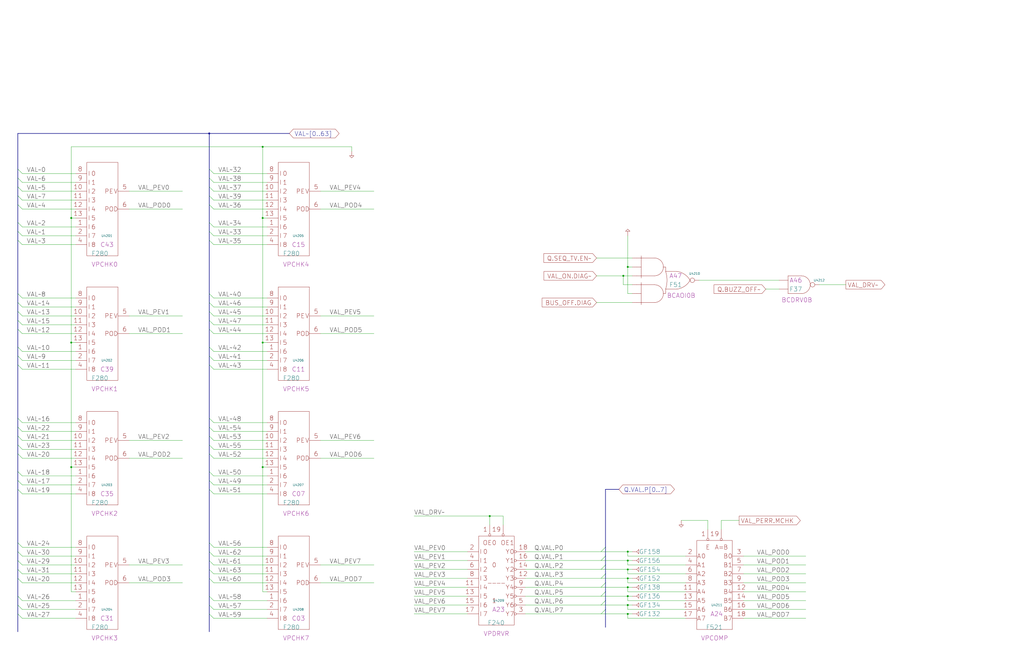
<source format=kicad_sch>
(kicad_sch (version 20211123) (generator eeschema)
  (paper "User" 584.2 378.46)
  (title_block (title "VALUE BUS TRANCEIVER\\nPARITY + BUS DRIVE LOGIC") (date "22-MAY-90") (rev "1.0") (comment 1 "SEQUENCER") (comment 2 "232-003064") (comment 3 "S400") (comment 4 "RELEASED"))
  (lib_symbols
    (symbol "r1000:F240" (pin_numbers hide) (pin_names (offset 1.016) hide)
      (property "Reference" "U" (at 2.54 5.08 0))
      (property "Value" "F240" (at -3.81 -7.62 0))
      (property "Location" "___" (at -1.27 0 0))
      (property "Name" "______" (at 1.27 -15.24 0))
      (symbol "F240_1_1"
        (text "-" (at -2.54 15.24 0) (effects (font (size 2.54 2.54))))
        (text "-" (at 0 15.24 0) (effects (font (size 2.54 2.54))))
        (text "-" (at 2.54 15.24 0) (effects (font (size 2.54 2.54))))
        (text "-" (at 5.08 15.24 0) (effects (font (size 2.54 2.54))))
        (text "0" (at -5.08 33.02 0) (effects (font (size 2.54 2.54))))
        (text "0" (at 0 25.4 0) (effects (font (size 2.54 2.54))))
        (text "0" (at 0 38.1 0) (effects (font (size 2.54 2.54))))
        (text "0" (at 10.16 33.02 0) (effects (font (size 2.54 2.54))))
        (text "1" (at -15.24 0 0) (effects (font (size 2.54 2.54))))
        (text "1" (at -15.24 5.08 0) (effects (font (size 2.54 2.54))))
        (text "1" (at -15.24 10.16 0) (effects (font (size 2.54 2.54))))
        (text "1" (at -15.24 15.24 0) (effects (font (size 2.54 2.54))))
        (text "1" (at -12.7 15.24 0) (effects (font (size 2.54 2.54))))
        (text "1" (at -5.08 27.94 0) (effects (font (size 2.54 2.54))))
        (text "1" (at -5.08 45.72 0) (effects (font (size 2.54 2.54))))
        (text "1" (at 0 5.08 0) (effects (font (size 2.54 2.54))))
        (text "1" (at 0 45.72 0) (effects (font (size 2.54 2.54))))
        (text "1" (at 10.16 27.94 0) (effects (font (size 2.54 2.54))))
        (text "1" (at 10.16 38.1 0) (effects (font (size 2.54 2.54))))
        (text "1" (at 15.24 20.32 0) (effects (font (size 2.54 2.54))))
        (text "1" (at 15.24 25.4 0) (effects (font (size 2.54 2.54))))
        (text "1" (at 15.24 30.48 0) (effects (font (size 2.54 2.54))))
        (text "1" (at 15.24 35.56 0) (effects (font (size 2.54 2.54))))
        (text "2" (at -12.7 35.56 0) (effects (font (size 2.54 2.54))))
        (text "2" (at -5.08 22.86 0) (effects (font (size 2.54 2.54))))
        (text "2" (at 10.16 22.86 0) (effects (font (size 2.54 2.54))))
        (text "2" (at 17.78 20.32 0) (effects (font (size 2.54 2.54))))
        (text "3" (at -12.7 10.16 0) (effects (font (size 2.54 2.54))))
        (text "3" (at -5.08 17.78 0) (effects (font (size 2.54 2.54))))
        (text "3" (at 10.16 17.78 0) (effects (font (size 2.54 2.54))))
        (text "3" (at 15.24 0 0) (effects (font (size 2.54 2.54))))
        (text "4" (at -12.7 30.48 0) (effects (font (size 2.54 2.54))))
        (text "4" (at -5.08 12.7 0) (effects (font (size 2.54 2.54))))
        (text "4" (at 10.16 12.7 0) (effects (font (size 2.54 2.54))))
        (text "4" (at 17.78 25.4 0) (effects (font (size 2.54 2.54))))
        (text "5" (at -12.7 5.08 0) (effects (font (size 2.54 2.54))))
        (text "5" (at -5.08 7.62 0) (effects (font (size 2.54 2.54))))
        (text "5" (at 10.16 7.62 0) (effects (font (size 2.54 2.54))))
        (text "5" (at 15.24 5.08 0) (effects (font (size 2.54 2.54))))
        (text "6" (at -12.7 25.4 0) (effects (font (size 2.54 2.54))))
        (text "6" (at -5.08 2.54 0) (effects (font (size 2.54 2.54))))
        (text "6" (at 10.16 2.54 0) (effects (font (size 2.54 2.54))))
        (text "6" (at 17.78 30.48 0) (effects (font (size 2.54 2.54))))
        (text "7" (at -12.7 0 0) (effects (font (size 2.54 2.54))))
        (text "7" (at -5.08 -2.54 0) (effects (font (size 2.54 2.54))))
        (text "7" (at 10.16 -2.54 0) (effects (font (size 2.54 2.54))))
        (text "7" (at 15.24 10.16 0) (effects (font (size 2.54 2.54))))
        (text "8" (at -12.7 20.32 0) (effects (font (size 2.54 2.54))))
        (text "8" (at 17.78 35.56 0) (effects (font (size 2.54 2.54))))
        (text "9" (at 2.54 45.72 0) (effects (font (size 2.54 2.54))))
        (text "9" (at 15.24 15.24 0) (effects (font (size 2.54 2.54))))
        (text "E" (at -2.54 38.1 0) (effects (font (size 2.54 2.54))))
        (text "E" (at 7.62 38.1 0) (effects (font (size 2.54 2.54))))
        (text "I" (at -7.62 -2.54 0) (effects (font (size 2.54 2.54))))
        (text "I" (at -7.62 2.54 0) (effects (font (size 2.54 2.54))))
        (text "I" (at -7.62 7.62 0) (effects (font (size 2.54 2.54))))
        (text "I" (at -7.62 12.7 0) (effects (font (size 2.54 2.54))))
        (text "I" (at -7.62 17.78 0) (effects (font (size 2.54 2.54))))
        (text "I" (at -7.62 22.86 0) (effects (font (size 2.54 2.54))))
        (text "I" (at -7.62 27.94 0) (effects (font (size 2.54 2.54))))
        (text "I" (at -7.62 33.02 0) (effects (font (size 2.54 2.54))))
        (text "O" (at -5.08 38.1 0) (effects (font (size 2.54 2.54))))
        (text "O" (at 5.08 38.1 0) (effects (font (size 2.54 2.54))))
        (text "Y" (at 7.62 -2.54 0) (effects (font (size 2.54 2.54))))
        (text "Y" (at 7.62 2.54 0) (effects (font (size 2.54 2.54))))
        (text "Y" (at 7.62 7.62 0) (effects (font (size 2.54 2.54))))
        (text "Y" (at 7.62 12.7 0) (effects (font (size 2.54 2.54))))
        (text "Y" (at 7.62 17.78 0) (effects (font (size 2.54 2.54))))
        (text "Y" (at 7.62 22.86 0) (effects (font (size 2.54 2.54))))
        (text "Y" (at 7.62 27.94 0) (effects (font (size 2.54 2.54))))
        (text "Y" (at 7.62 33.02 0) (effects (font (size 2.54 2.54))))
        (pin input line (at -2.54 48.26 270) (length 5.08) (name "OE0_") (number "1"))
        (pin input line (at -15.24 12.7 0) (length 6.35) (name "I4") (number "11"))
        (pin tri_state line (at 17.78 17.78 180) (length 5.08) (name "Y3_") (number "12"))
        (pin input line (at -15.24 7.62 0) (length 6.35) (name "I5") (number "13"))
        (pin tri_state line (at 17.78 22.86 180) (length 5.08) (name "Y2_") (number "14"))
        (pin input line (at -15.24 2.54 0) (length 6.35) (name "I6") (number "15"))
        (pin tri_state line (at 17.78 27.94 180) (length 5.08) (name "Y1_") (number "16"))
        (pin input line (at -15.24 -2.54 0) (length 6.35) (name "I7") (number "17"))
        (pin tri_state line (at 17.78 33.02 180) (length 5.08) (name "Y0_") (number "18"))
        (pin input line (at 5.08 48.26 270) (length 5.08) (name "OE1_") (number "19"))
        (pin input line (at -15.24 33.02 0) (length 6.35) (name "I0") (number "2"))
        (pin tri_state line (at 17.78 -2.54 180) (length 5.08) (name "Y7_") (number "3"))
        (pin input line (at -15.24 27.94 0) (length 6.35) (name "I1") (number "4"))
        (pin tri_state line (at 17.78 2.54 180) (length 5.08) (name "Y6_") (number "5"))
        (pin input line (at -15.24 22.86 0) (length 6.35) (name "I2") (number "6"))
        (pin tri_state line (at 17.78 7.62 180) (length 5.08) (name "Y5_") (number "7"))
        (pin input line (at -15.24 17.78 0) (length 6.35) (name "I3") (number "8"))
        (pin tri_state line (at 17.78 12.7 180) (length 5.08) (name "Y4_") (number "9"))
      )
    )
    (symbol "r1000:F280" (pin_numbers hide) (pin_names (offset 1.016) hide)
      (property "Reference" "U" (at 2.54 5.08 0))
      (property "Value" "F280" (at -6.35 -5.08 0))
      (property "Location" "___" (at -1.27 0 0))
      (property "Name" "______" (at 1.27 -12.7 0))
      (symbol "F280_1_1"
        (text "0" (at -12.7 33.02 0) (effects (font (size 2.54 2.54))))
        (text "0" (at -5.08 40.64 0) (effects (font (size 2.54 2.54))))
        (text "1" (at -15.24 17.78 0) (effects (font (size 2.54 2.54))))
        (text "1" (at -15.24 22.86 0) (effects (font (size 2.54 2.54))))
        (text "1" (at -15.24 27.94 0) (effects (font (size 2.54 2.54))))
        (text "1" (at -15.24 33.02 0) (effects (font (size 2.54 2.54))))
        (text "1" (at -12.7 12.7 0) (effects (font (size 2.54 2.54))))
        (text "1" (at -12.7 27.94 0) (effects (font (size 2.54 2.54))))
        (text "1" (at -5.08 35.56 0) (effects (font (size 2.54 2.54))))
        (text "2" (at -12.7 7.62 0) (effects (font (size 2.54 2.54))))
        (text "2" (at -12.7 22.86 0) (effects (font (size 2.54 2.54))))
        (text "2" (at -5.08 30.48 0) (effects (font (size 2.54 2.54))))
        (text "3" (at -12.7 17.78 0) (effects (font (size 2.54 2.54))))
        (text "3" (at -5.08 25.4 0) (effects (font (size 2.54 2.54))))
        (text "4" (at -12.7 2.54 0) (effects (font (size 2.54 2.54))))
        (text "4" (at -5.08 20.32 0) (effects (font (size 2.54 2.54))))
        (text "5" (at -5.08 15.24 0) (effects (font (size 2.54 2.54))))
        (text "5" (at 12.7 33.02 0) (effects (font (size 2.54 2.54))))
        (text "6" (at -5.08 10.16 0) (effects (font (size 2.54 2.54))))
        (text "6" (at 12.7 22.86 0) (effects (font (size 2.54 2.54))))
        (text "7" (at -5.08 5.08 0) (effects (font (size 2.54 2.54))))
        (text "8" (at -12.7 43.18 0) (effects (font (size 2.54 2.54))))
        (text "8" (at -5.08 0 0) (effects (font (size 2.54 2.54))))
        (text "9" (at -12.7 38.1 0) (effects (font (size 2.54 2.54))))
        (text "D" (at 7.62 20.32 0) (effects (font (size 2.54 2.54))))
        (text "E" (at 5.08 30.48 0) (effects (font (size 2.54 2.54))))
        (text "I" (at -7.62 0 0) (effects (font (size 2.54 2.54))))
        (text "I" (at -7.62 5.08 0) (effects (font (size 2.54 2.54))))
        (text "I" (at -7.62 10.16 0) (effects (font (size 2.54 2.54))))
        (text "I" (at -7.62 15.24 0) (effects (font (size 2.54 2.54))))
        (text "I" (at -7.62 20.32 0) (effects (font (size 2.54 2.54))))
        (text "I" (at -7.62 25.4 0) (effects (font (size 2.54 2.54))))
        (text "I" (at -7.62 30.48 0) (effects (font (size 2.54 2.54))))
        (text "I" (at -7.62 35.56 0) (effects (font (size 2.54 2.54))))
        (text "I" (at -7.62 40.64 0) (effects (font (size 2.54 2.54))))
        (text "O" (at 5.08 20.32 0) (effects (font (size 2.54 2.54))))
        (text "P" (at 2.54 20.32 0) (effects (font (size 2.54 2.54))))
        (text "P" (at 2.54 30.48 0) (effects (font (size 2.54 2.54))))
        (text "V" (at 7.62 30.48 0) (effects (font (size 2.54 2.54))))
        (pin input line (at -15.24 10.16 0) (length 6.35) (name "I6") (number "1"))
        (pin input line (at -15.24 30.48 0) (length 6.35) (name "I2") (number "10"))
        (pin input line (at -15.24 25.4 0) (length 6.35) (name "I3") (number "11"))
        (pin input line (at -15.24 20.32 0) (length 6.35) (name "I4") (number "12"))
        (pin input line (at -15.24 15.24 0) (length 6.35) (name "I5") (number "13"))
        (pin input line (at -15.24 5.08 0) (length 6.35) (name "I7") (number "2"))
        (pin input line (at -15.24 0 0) (length 6.35) (name "I8") (number "4"))
        (pin output line (at 15.24 30.48 180) (length 6.35) (name "PEV") (number "5"))
        (pin output line (at 15.24 20.32 180) (length 6.35) (name "POD") (number "6"))
        (pin input line (at -15.24 40.64 0) (length 6.35) (name "I0") (number "8"))
        (pin input line (at -15.24 35.56 0) (length 6.35) (name "I1") (number "9"))
      )
    )
    (symbol "r1000:F37" (pin_numbers hide) (pin_names (offset 0) hide)
      (property "Reference" "U" (at 15.24 0 0))
      (property "Value" "F37" (at 1.905 -5.08 0))
      (property "Location" "___" (at 1.905 0 0))
      (property "Name" "______" (at 2.54 -12.7 0))
      (symbol "F37_1_1"
        (pin input line (at -7.62 0 0) (length 5.08) (name "D0") (number "1"))
        (pin input line (at -7.62 -5.08 0) (length 5.08) (name "D1") (number "2"))
        (pin output line (at 15.24 -2.54 180) (length 2.54) (name "Q") (number "3"))
      )
      (symbol "F37_1_2"
        (pin input line (at -7.62 0 0) (length 2.54) (name "D0") (number "1"))
        (pin input line (at -7.62 -5.08 0) (length 2.54) (name "D1") (number "2"))
        (pin output line (at 15.24 -2.54 180) (length 5.08) (name "Q") (number "3"))
      )
    )
    (symbol "r1000:F51" (pin_numbers hide) (pin_names hide)
      (property "Reference" "U" (at 12.7 1.27 0))
      (property "Value" "F51" (at 1.905 -5.08 0))
      (property "Location" "___" (at 1.905 0 0))
      (property "Name" "______" (at 5.08 -12.7 0))
      (symbol "F51_1_1"
        (pin input line (at -22.86 10.16 0) (length 2.54) (name "A1") (number "1"))
        (pin input line (at -22.86 5.08 0) (length 2.54) (name "A2") (number "2"))
        (pin input line (at -22.86 0 0) (length 2.54) (name "A3") (number "3"))
        (pin input line (at -22.86 -5.08 0) (length 2.54) (name "B1") (number "4"))
        (pin input line (at -22.86 -10.16 0) (length 2.54) (name "B2") (number "5"))
        (pin input line (at -22.86 -15.24 0) (length 2.54) (name "B3") (number "6"))
        (pin output line (at 15.24 -2.54 180) (length 2.54) (name "Q") (number "7"))
      )
    )
    (symbol "r1000:F521" (pin_numbers hide) (pin_names (offset 1.016) hide)
      (property "Reference" "U" (at 2.54 5.08 0))
      (property "Value" "F521" (at -3.81 -7.62 0))
      (property "Location" "___" (at -1.27 0 0))
      (property "Name" "______" (at 1.27 -15.24 0))
      (symbol "F521_1_1"
        (text "0" (at -5.08 33.02 0) (effects (font (size 2.54 2.54))))
        (text "0" (at 10.16 33.02 0) (effects (font (size 2.54 2.54))))
        (text "1" (at -15.24 0 0) (effects (font (size 2.54 2.54))))
        (text "1" (at -15.24 5.08 0) (effects (font (size 2.54 2.54))))
        (text "1" (at -15.24 10.16 0) (effects (font (size 2.54 2.54))))
        (text "1" (at -15.24 15.24 0) (effects (font (size 2.54 2.54))))
        (text "1" (at -12.7 15.24 0) (effects (font (size 2.54 2.54))))
        (text "1" (at -5.08 27.94 0) (effects (font (size 2.54 2.54))))
        (text "1" (at -5.08 45.72 0) (effects (font (size 2.54 2.54))))
        (text "1" (at 0 45.72 0) (effects (font (size 2.54 2.54))))
        (text "1" (at 10.16 27.94 0) (effects (font (size 2.54 2.54))))
        (text "1" (at 15.24 0 0) (effects (font (size 2.54 2.54))))
        (text "1" (at 15.24 5.08 0) (effects (font (size 2.54 2.54))))
        (text "1" (at 15.24 10.16 0) (effects (font (size 2.54 2.54))))
        (text "1" (at 15.24 15.24 0) (effects (font (size 2.54 2.54))))
        (text "2" (at -12.7 35.56 0) (effects (font (size 2.54 2.54))))
        (text "2" (at -5.08 22.86 0) (effects (font (size 2.54 2.54))))
        (text "2" (at 10.16 22.86 0) (effects (font (size 2.54 2.54))))
        (text "2" (at 17.78 15.24 0) (effects (font (size 2.54 2.54))))
        (text "3" (at -12.7 10.16 0) (effects (font (size 2.54 2.54))))
        (text "3" (at -5.08 17.78 0) (effects (font (size 2.54 2.54))))
        (text "3" (at 10.16 17.78 0) (effects (font (size 2.54 2.54))))
        (text "3" (at 15.24 35.56 0) (effects (font (size 2.54 2.54))))
        (text "4" (at -12.7 30.48 0) (effects (font (size 2.54 2.54))))
        (text "4" (at -5.08 12.7 0) (effects (font (size 2.54 2.54))))
        (text "4" (at 10.16 12.7 0) (effects (font (size 2.54 2.54))))
        (text "4" (at 17.78 10.16 0) (effects (font (size 2.54 2.54))))
        (text "5" (at -12.7 5.08 0) (effects (font (size 2.54 2.54))))
        (text "5" (at -5.08 7.62 0) (effects (font (size 2.54 2.54))))
        (text "5" (at 10.16 7.62 0) (effects (font (size 2.54 2.54))))
        (text "5" (at 15.24 30.48 0) (effects (font (size 2.54 2.54))))
        (text "6" (at -12.7 25.4 0) (effects (font (size 2.54 2.54))))
        (text "6" (at -5.08 2.54 0) (effects (font (size 2.54 2.54))))
        (text "6" (at 10.16 2.54 0) (effects (font (size 2.54 2.54))))
        (text "6" (at 17.78 5.08 0) (effects (font (size 2.54 2.54))))
        (text "7" (at -12.7 0 0) (effects (font (size 2.54 2.54))))
        (text "7" (at -5.08 -2.54 0) (effects (font (size 2.54 2.54))))
        (text "7" (at 10.16 -2.54 0) (effects (font (size 2.54 2.54))))
        (text "7" (at 15.24 25.4 0) (effects (font (size 2.54 2.54))))
        (text "8" (at -12.7 20.32 0) (effects (font (size 2.54 2.54))))
        (text "8" (at 17.78 0 0) (effects (font (size 2.54 2.54))))
        (text "9" (at 2.54 45.72 0) (effects (font (size 2.54 2.54))))
        (text "9" (at 15.24 20.32 0) (effects (font (size 2.54 2.54))))
        (text "=" (at 5.08 38.1 0) (effects (font (size 2.54 2.54))))
        (text "A" (at -7.62 -2.54 0) (effects (font (size 2.54 2.54))))
        (text "A" (at -7.62 2.54 0) (effects (font (size 2.54 2.54))))
        (text "A" (at -7.62 7.62 0) (effects (font (size 2.54 2.54))))
        (text "A" (at -7.62 12.7 0) (effects (font (size 2.54 2.54))))
        (text "A" (at -7.62 17.78 0) (effects (font (size 2.54 2.54))))
        (text "A" (at -7.62 22.86 0) (effects (font (size 2.54 2.54))))
        (text "A" (at -7.62 27.94 0) (effects (font (size 2.54 2.54))))
        (text "A" (at -7.62 33.02 0) (effects (font (size 2.54 2.54))))
        (text "A" (at 2.54 38.1 0) (effects (font (size 2.54 2.54))))
        (text "B" (at 7.62 -2.54 0) (effects (font (size 2.54 2.54))))
        (text "B" (at 7.62 2.54 0) (effects (font (size 2.54 2.54))))
        (text "B" (at 7.62 7.62 0) (effects (font (size 2.54 2.54))))
        (text "B" (at 7.62 12.7 0) (effects (font (size 2.54 2.54))))
        (text "B" (at 7.62 17.78 0) (effects (font (size 2.54 2.54))))
        (text "B" (at 7.62 22.86 0) (effects (font (size 2.54 2.54))))
        (text "B" (at 7.62 27.94 0) (effects (font (size 2.54 2.54))))
        (text "B" (at 7.62 33.02 0) (effects (font (size 2.54 2.54))))
        (text "B" (at 7.62 38.1 0) (effects (font (size 2.54 2.54))))
        (text "E" (at -2.54 38.1 0) (effects (font (size 2.54 2.54))))
        (pin input line (at -2.54 48.26 270) (length 5.08) (name "E_") (number "1"))
        (pin input line (at -15.24 12.7 0) (length 6.35) (name "A4") (number "11"))
        (pin input line (at 17.78 12.7 180) (length 6.35) (name "B4") (number "12"))
        (pin input line (at -15.24 7.62 0) (length 6.35) (name "A5") (number "13"))
        (pin input line (at 17.78 7.62 180) (length 6.35) (name "B5") (number "14"))
        (pin input line (at -15.24 2.54 0) (length 6.35) (name "A6") (number "15"))
        (pin input line (at 17.78 2.54 180) (length 6.35) (name "B6") (number "16"))
        (pin input line (at -15.24 -2.54 0) (length 6.35) (name "A7") (number "17"))
        (pin input line (at 17.78 -2.54 180) (length 6.35) (name "B7") (number "18"))
        (pin output line (at 5.08 48.26 270) (length 5.08) (name "A=B_") (number "19"))
        (pin input line (at -15.24 33.02 0) (length 6.35) (name "A0") (number "2"))
        (pin input line (at 17.78 33.02 180) (length 6.35) (name "B0") (number "3"))
        (pin input line (at -15.24 27.94 0) (length 6.35) (name "A1") (number "4"))
        (pin input line (at 17.78 27.94 180) (length 6.35) (name "B1") (number "5"))
        (pin input line (at -15.24 22.86 0) (length 6.35) (name "A2") (number "6"))
        (pin input line (at 17.78 22.86 180) (length 6.35) (name "B2") (number "7"))
        (pin input line (at -15.24 17.78 0) (length 6.35) (name "A3") (number "8"))
        (pin input line (at 17.78 17.78 180) (length 6.35) (name "B3") (number "9"))
      )
    )
    (symbol "r1000:GF" (pin_numbers hide) (pin_names (offset 0) hide)
      (property "Reference" "GF" (at 3.81 0 0))
      (symbol "GF_1_1"
        (pin bidirectional line (at 0 0 0) (length 2.54) (name "") (number "1"))
      )
    )
    (symbol "r1000:PD" (power) (pin_numbers hide) (pin_names hide) (in_bom no)
      (symbol "PD_1_1"
        (pin power_in line (at 0 0 270) (length 2.54) (name "PD") (number "1"))
      )
    )
    (symbol "r1000:PU" (power) (pin_numbers hide) (pin_names hide)
      (symbol "PU_1_1"
        (pin power_in line (at 0 0 90) (length 2.54) (name "PU") (number "1"))
      )
    )
  )
  (bus (pts (xy 10.16 101.6) (xy 10.16 106.68)))
  (bus (pts (xy 10.16 106.68) (xy 10.16 111.76)))
  (bus (pts (xy 10.16 111.76) (xy 10.16 116.84)))
  (bus (pts (xy 10.16 116.84) (xy 10.16 127)))
  (bus (pts (xy 10.16 127) (xy 10.16 132.08)))
  (bus (pts (xy 10.16 132.08) (xy 10.16 137.16)))
  (bus (pts (xy 10.16 137.16) (xy 10.16 167.64)))
  (bus (pts (xy 10.16 167.64) (xy 10.16 172.72)))
  (bus (pts (xy 10.16 172.72) (xy 10.16 177.8)))
  (bus (pts (xy 10.16 177.8) (xy 10.16 182.88)))
  (bus (pts (xy 10.16 182.88) (xy 10.16 187.96)))
  (bus (pts (xy 10.16 187.96) (xy 10.16 198.12)))
  (bus (pts (xy 10.16 198.12) (xy 10.16 203.2)))
  (bus (pts (xy 10.16 203.2) (xy 10.16 208.28)))
  (bus (pts (xy 10.16 208.28) (xy 10.16 238.76)))
  (bus (pts (xy 10.16 238.76) (xy 10.16 243.84)))
  (bus (pts (xy 10.16 243.84) (xy 10.16 248.92)))
  (bus (pts (xy 10.16 248.92) (xy 10.16 254)))
  (bus (pts (xy 10.16 254) (xy 10.16 259.08)))
  (bus (pts (xy 10.16 259.08) (xy 10.16 269.24)))
  (bus (pts (xy 10.16 269.24) (xy 10.16 274.32)))
  (bus (pts (xy 10.16 274.32) (xy 10.16 279.4)))
  (bus (pts (xy 10.16 279.4) (xy 10.16 309.88)))
  (bus (pts (xy 10.16 309.88) (xy 10.16 314.96)))
  (bus (pts (xy 10.16 314.96) (xy 10.16 320.04)))
  (bus (pts (xy 10.16 320.04) (xy 10.16 325.12)))
  (bus (pts (xy 10.16 325.12) (xy 10.16 330.2)))
  (bus (pts (xy 10.16 330.2) (xy 10.16 340.36)))
  (bus (pts (xy 10.16 340.36) (xy 10.16 345.44)))
  (bus (pts (xy 10.16 345.44) (xy 10.16 350.52)))
  (bus (pts (xy 10.16 350.52) (xy 10.16 360.68)))
  (bus (pts (xy 10.16 76.2) (xy 10.16 96.52)))
  (bus (pts (xy 10.16 76.2) (xy 119.38 76.2)))
  (bus (pts (xy 10.16 96.52) (xy 10.16 101.6)))
  (bus (pts (xy 119.38 101.6) (xy 119.38 106.68)))
  (bus (pts (xy 119.38 106.68) (xy 119.38 111.76)))
  (bus (pts (xy 119.38 111.76) (xy 119.38 116.84)))
  (bus (pts (xy 119.38 116.84) (xy 119.38 127)))
  (bus (pts (xy 119.38 127) (xy 119.38 132.08)))
  (bus (pts (xy 119.38 132.08) (xy 119.38 137.16)))
  (bus (pts (xy 119.38 137.16) (xy 119.38 167.64)))
  (bus (pts (xy 119.38 167.64) (xy 119.38 172.72)))
  (bus (pts (xy 119.38 172.72) (xy 119.38 177.8)))
  (bus (pts (xy 119.38 177.8) (xy 119.38 182.88)))
  (bus (pts (xy 119.38 182.88) (xy 119.38 187.96)))
  (bus (pts (xy 119.38 187.96) (xy 119.38 198.12)))
  (bus (pts (xy 119.38 198.12) (xy 119.38 203.2)))
  (bus (pts (xy 119.38 203.2) (xy 119.38 208.28)))
  (bus (pts (xy 119.38 208.28) (xy 119.38 238.76)))
  (bus (pts (xy 119.38 238.76) (xy 119.38 243.84)))
  (bus (pts (xy 119.38 243.84) (xy 119.38 248.92)))
  (bus (pts (xy 119.38 248.92) (xy 119.38 254)))
  (bus (pts (xy 119.38 254) (xy 119.38 259.08)))
  (bus (pts (xy 119.38 259.08) (xy 119.38 269.24)))
  (bus (pts (xy 119.38 269.24) (xy 119.38 274.32)))
  (bus (pts (xy 119.38 274.32) (xy 119.38 279.4)))
  (bus (pts (xy 119.38 279.4) (xy 119.38 309.88)))
  (bus (pts (xy 119.38 309.88) (xy 119.38 314.96)))
  (bus (pts (xy 119.38 314.96) (xy 119.38 320.04)))
  (bus (pts (xy 119.38 320.04) (xy 119.38 325.12)))
  (bus (pts (xy 119.38 325.12) (xy 119.38 330.2)))
  (bus (pts (xy 119.38 330.2) (xy 119.38 340.36)))
  (bus (pts (xy 119.38 340.36) (xy 119.38 345.44)))
  (bus (pts (xy 119.38 345.44) (xy 119.38 350.52)))
  (bus (pts (xy 119.38 350.52) (xy 119.38 360.68)))
  (bus (pts (xy 119.38 76.2) (xy 119.38 96.52)))
  (bus (pts (xy 119.38 76.2) (xy 165.1 76.2)))
  (bus (pts (xy 119.38 96.52) (xy 119.38 101.6)))
  (bus (pts (xy 345.44 279.4) (xy 345.44 312.42)))
  (bus (pts (xy 345.44 279.4) (xy 353.06 279.4)))
  (bus (pts (xy 345.44 312.42) (xy 345.44 317.5)))
  (bus (pts (xy 345.44 317.5) (xy 345.44 322.58)))
  (bus (pts (xy 345.44 322.58) (xy 345.44 327.66)))
  (bus (pts (xy 345.44 327.66) (xy 345.44 332.74)))
  (bus (pts (xy 345.44 332.74) (xy 345.44 337.82)))
  (bus (pts (xy 345.44 337.82) (xy 345.44 342.9)))
  (bus (pts (xy 345.44 342.9) (xy 345.44 347.98)))
  (bus (pts (xy 345.44 347.98) (xy 345.44 358.14)))
  (wire (pts (xy 12.7 104.14) (xy 43.18 104.14)))
  (wire (pts (xy 12.7 109.22) (xy 43.18 109.22)))
  (wire (pts (xy 12.7 114.3) (xy 43.18 114.3)))
  (wire (pts (xy 12.7 119.38) (xy 43.18 119.38)))
  (wire (pts (xy 12.7 129.54) (xy 43.18 129.54)))
  (wire (pts (xy 12.7 134.62) (xy 43.18 134.62)))
  (wire (pts (xy 12.7 139.7) (xy 43.18 139.7)))
  (wire (pts (xy 12.7 170.18) (xy 43.18 170.18)))
  (wire (pts (xy 12.7 175.26) (xy 43.18 175.26)))
  (wire (pts (xy 12.7 180.34) (xy 43.18 180.34)))
  (wire (pts (xy 12.7 185.42) (xy 43.18 185.42)))
  (wire (pts (xy 12.7 190.5) (xy 43.18 190.5)))
  (wire (pts (xy 12.7 200.66) (xy 43.18 200.66)))
  (wire (pts (xy 12.7 205.74) (xy 43.18 205.74)))
  (wire (pts (xy 12.7 210.82) (xy 43.18 210.82)))
  (wire (pts (xy 12.7 241.3) (xy 43.18 241.3)))
  (wire (pts (xy 12.7 246.38) (xy 43.18 246.38)))
  (wire (pts (xy 12.7 251.46) (xy 43.18 251.46)))
  (wire (pts (xy 12.7 256.54) (xy 43.18 256.54)))
  (wire (pts (xy 12.7 261.62) (xy 43.18 261.62)))
  (wire (pts (xy 12.7 271.78) (xy 43.18 271.78)))
  (wire (pts (xy 12.7 276.86) (xy 43.18 276.86)))
  (wire (pts (xy 12.7 281.94) (xy 43.18 281.94)))
  (wire (pts (xy 12.7 312.42) (xy 43.18 312.42)))
  (wire (pts (xy 12.7 317.5) (xy 43.18 317.5)))
  (wire (pts (xy 12.7 322.58) (xy 43.18 322.58)))
  (wire (pts (xy 12.7 327.66) (xy 43.18 327.66)))
  (wire (pts (xy 12.7 332.74) (xy 43.18 332.74)))
  (wire (pts (xy 12.7 342.9) (xy 43.18 342.9)))
  (wire (pts (xy 12.7 347.98) (xy 43.18 347.98)))
  (wire (pts (xy 12.7 353.06) (xy 43.18 353.06)))
  (wire (pts (xy 12.7 99.06) (xy 43.18 99.06)))
  (wire (pts (xy 121.92 104.14) (xy 152.4 104.14)))
  (wire (pts (xy 121.92 109.22) (xy 152.4 109.22)))
  (wire (pts (xy 121.92 114.3) (xy 152.4 114.3)))
  (wire (pts (xy 121.92 119.38) (xy 152.4 119.38)))
  (wire (pts (xy 121.92 129.54) (xy 152.4 129.54)))
  (wire (pts (xy 121.92 134.62) (xy 152.4 134.62)))
  (wire (pts (xy 121.92 139.7) (xy 152.4 139.7)))
  (wire (pts (xy 121.92 170.18) (xy 152.4 170.18)))
  (wire (pts (xy 121.92 175.26) (xy 152.4 175.26)))
  (wire (pts (xy 121.92 180.34) (xy 152.4 180.34)))
  (wire (pts (xy 121.92 185.42) (xy 152.4 185.42)))
  (wire (pts (xy 121.92 190.5) (xy 152.4 190.5)))
  (wire (pts (xy 121.92 200.66) (xy 152.4 200.66)))
  (wire (pts (xy 121.92 205.74) (xy 152.4 205.74)))
  (wire (pts (xy 121.92 210.82) (xy 152.4 210.82)))
  (wire (pts (xy 121.92 241.3) (xy 152.4 241.3)))
  (wire (pts (xy 121.92 246.38) (xy 152.4 246.38)))
  (wire (pts (xy 121.92 251.46) (xy 152.4 251.46)))
  (wire (pts (xy 121.92 256.54) (xy 152.4 256.54)))
  (wire (pts (xy 121.92 261.62) (xy 152.4 261.62)))
  (wire (pts (xy 121.92 271.78) (xy 152.4 271.78)))
  (wire (pts (xy 121.92 276.86) (xy 152.4 276.86)))
  (wire (pts (xy 121.92 281.94) (xy 152.4 281.94)))
  (wire (pts (xy 121.92 312.42) (xy 152.4 312.42)))
  (wire (pts (xy 121.92 317.5) (xy 152.4 317.5)))
  (wire (pts (xy 121.92 322.58) (xy 152.4 322.58)))
  (wire (pts (xy 121.92 327.66) (xy 152.4 327.66)))
  (wire (pts (xy 121.92 332.74) (xy 152.4 332.74)))
  (wire (pts (xy 121.92 342.9) (xy 152.4 342.9)))
  (wire (pts (xy 121.92 347.98) (xy 152.4 347.98)))
  (wire (pts (xy 121.92 353.06) (xy 152.4 353.06)))
  (wire (pts (xy 121.92 99.06) (xy 152.4 99.06)))
  (wire (pts (xy 149.86 124.46) (xy 149.86 195.58)))
  (wire (pts (xy 149.86 124.46) (xy 152.4 124.46)))
  (wire (pts (xy 149.86 195.58) (xy 149.86 266.7)))
  (wire (pts (xy 149.86 195.58) (xy 152.4 195.58)))
  (wire (pts (xy 149.86 266.7) (xy 149.86 337.82)))
  (wire (pts (xy 149.86 266.7) (xy 152.4 266.7)))
  (wire (pts (xy 149.86 337.82) (xy 152.4 337.82)))
  (wire (pts (xy 149.86 83.82) (xy 149.86 124.46)))
  (wire (pts (xy 149.86 83.82) (xy 200.66 83.82)))
  (wire (pts (xy 182.88 109.22) (xy 213.36 109.22)))
  (wire (pts (xy 182.88 119.38) (xy 213.36 119.38)))
  (wire (pts (xy 182.88 180.34) (xy 213.36 180.34)))
  (wire (pts (xy 182.88 190.5) (xy 213.36 190.5)))
  (wire (pts (xy 182.88 251.46) (xy 213.36 251.46)))
  (wire (pts (xy 182.88 261.62) (xy 213.36 261.62)))
  (wire (pts (xy 182.88 322.58) (xy 213.36 322.58)))
  (wire (pts (xy 182.88 332.74) (xy 213.36 332.74)))
  (wire (pts (xy 200.66 83.82) (xy 200.66 86.36)))
  (wire (pts (xy 236.22 294.64) (xy 279.4 294.64)))
  (wire (pts (xy 236.22 314.96) (xy 266.7 314.96)))
  (wire (pts (xy 236.22 320.04) (xy 266.7 320.04)))
  (wire (pts (xy 236.22 325.12) (xy 266.7 325.12)))
  (wire (pts (xy 236.22 330.2) (xy 266.7 330.2)))
  (wire (pts (xy 236.22 335.28) (xy 266.7 335.28)))
  (wire (pts (xy 236.22 340.36) (xy 266.7 340.36)))
  (wire (pts (xy 236.22 345.44) (xy 266.7 345.44)))
  (wire (pts (xy 236.22 350.52) (xy 266.7 350.52)))
  (wire (pts (xy 279.4 294.64) (xy 279.4 299.72)))
  (wire (pts (xy 279.4 294.64) (xy 287.02 294.64)))
  (wire (pts (xy 287.02 299.72) (xy 287.02 294.64)))
  (wire (pts (xy 299.72 314.96) (xy 342.9 314.96)))
  (wire (pts (xy 299.72 320.04) (xy 342.9 320.04)))
  (wire (pts (xy 299.72 325.12) (xy 342.9 325.12)))
  (wire (pts (xy 299.72 330.2) (xy 342.9 330.2)))
  (wire (pts (xy 299.72 335.28) (xy 342.9 335.28)))
  (wire (pts (xy 299.72 340.36) (xy 342.9 340.36)))
  (wire (pts (xy 299.72 345.44) (xy 342.9 345.44)))
  (wire (pts (xy 299.72 350.52) (xy 342.9 350.52)))
  (wire (pts (xy 340.36 147.32) (xy 360.68 147.32)))
  (wire (pts (xy 340.36 157.48) (xy 355.6 157.48)))
  (wire (pts (xy 340.36 172.72) (xy 360.68 172.72)))
  (wire (pts (xy 342.9 314.96) (xy 358.14 314.96)))
  (wire (pts (xy 342.9 320.04) (xy 358.14 320.04)))
  (wire (pts (xy 342.9 325.12) (xy 358.14 325.12)))
  (wire (pts (xy 342.9 330.2) (xy 358.14 330.2)))
  (wire (pts (xy 342.9 335.28) (xy 358.14 335.28)))
  (wire (pts (xy 342.9 340.36) (xy 358.14 340.36)))
  (wire (pts (xy 342.9 345.44) (xy 358.14 345.44)))
  (wire (pts (xy 342.9 350.52) (xy 358.14 350.52)))
  (wire (pts (xy 355.6 157.48) (xy 360.68 157.48)))
  (wire (pts (xy 355.6 162.56) (xy 355.6 157.48)))
  (wire (pts (xy 358.14 152.4) (xy 358.14 134.62)))
  (wire (pts (xy 358.14 167.64) (xy 358.14 152.4)))
  (wire (pts (xy 358.14 314.96) (xy 358.14 317.5)))
  (wire (pts (xy 358.14 320.04) (xy 358.14 322.58)))
  (wire (pts (xy 358.14 325.12) (xy 358.14 327.66)))
  (wire (pts (xy 358.14 330.2) (xy 358.14 332.74)))
  (wire (pts (xy 358.14 335.28) (xy 358.14 337.82)))
  (wire (pts (xy 358.14 337.82) (xy 391.16 337.82)))
  (wire (pts (xy 358.14 340.36) (xy 358.14 342.9)))
  (wire (pts (xy 358.14 345.44) (xy 358.14 347.98)))
  (wire (pts (xy 358.14 350.52) (xy 358.14 353.06)))
  (wire (pts (xy 360.68 152.4) (xy 358.14 152.4)))
  (wire (pts (xy 360.68 162.56) (xy 355.6 162.56)))
  (wire (pts (xy 360.68 167.64) (xy 358.14 167.64)))
  (wire (pts (xy 360.68 314.96) (xy 358.14 314.96)))
  (wire (pts (xy 360.68 320.04) (xy 358.14 320.04)))
  (wire (pts (xy 360.68 325.12) (xy 358.14 325.12)))
  (wire (pts (xy 360.68 330.2) (xy 358.14 330.2)))
  (wire (pts (xy 360.68 335.28) (xy 358.14 335.28)))
  (wire (pts (xy 360.68 340.36) (xy 358.14 340.36)))
  (wire (pts (xy 360.68 345.44) (xy 358.14 345.44)))
  (wire (pts (xy 360.68 350.52) (xy 358.14 350.52)))
  (wire (pts (xy 388.62 297.18) (xy 403.86 297.18)))
  (wire (pts (xy 391.16 317.5) (xy 358.14 317.5)))
  (wire (pts (xy 391.16 322.58) (xy 358.14 322.58)))
  (wire (pts (xy 391.16 327.66) (xy 358.14 327.66)))
  (wire (pts (xy 391.16 332.74) (xy 358.14 332.74)))
  (wire (pts (xy 391.16 342.9) (xy 358.14 342.9)))
  (wire (pts (xy 391.16 347.98) (xy 358.14 347.98)))
  (wire (pts (xy 391.16 353.06) (xy 358.14 353.06)))
  (wire (pts (xy 398.78 160.02) (xy 444.5 160.02)))
  (wire (pts (xy 40.64 124.46) (xy 40.64 195.58)))
  (wire (pts (xy 40.64 124.46) (xy 40.64 83.82)))
  (wire (pts (xy 40.64 124.46) (xy 43.18 124.46)))
  (wire (pts (xy 40.64 195.58) (xy 40.64 266.7)))
  (wire (pts (xy 40.64 195.58) (xy 43.18 195.58)))
  (wire (pts (xy 40.64 266.7) (xy 40.64 337.82)))
  (wire (pts (xy 40.64 266.7) (xy 43.18 266.7)))
  (wire (pts (xy 40.64 337.82) (xy 43.18 337.82)))
  (wire (pts (xy 40.64 83.82) (xy 149.86 83.82)))
  (wire (pts (xy 403.86 302.26) (xy 403.86 297.18)))
  (wire (pts (xy 411.48 297.18) (xy 421.64 297.18)))
  (wire (pts (xy 411.48 302.26) (xy 411.48 297.18)))
  (wire (pts (xy 424.18 317.5) (xy 459.74 317.5)))
  (wire (pts (xy 424.18 322.58) (xy 459.74 322.58)))
  (wire (pts (xy 424.18 327.66) (xy 459.74 327.66)))
  (wire (pts (xy 424.18 332.74) (xy 459.74 332.74)))
  (wire (pts (xy 424.18 337.82) (xy 459.74 337.82)))
  (wire (pts (xy 424.18 342.9) (xy 459.74 342.9)))
  (wire (pts (xy 424.18 347.98) (xy 459.74 347.98)))
  (wire (pts (xy 424.18 353.06) (xy 459.74 353.06)))
  (wire (pts (xy 436.88 165.1) (xy 444.5 165.1)))
  (wire (pts (xy 467.36 162.56) (xy 482.6 162.56)))
  (wire (pts (xy 73.66 109.22) (xy 104.14 109.22)))
  (wire (pts (xy 73.66 119.38) (xy 104.14 119.38)))
  (wire (pts (xy 73.66 180.34) (xy 104.14 180.34)))
  (wire (pts (xy 73.66 190.5) (xy 104.14 190.5)))
  (wire (pts (xy 73.66 251.46) (xy 104.14 251.46)))
  (wire (pts (xy 73.66 261.62) (xy 104.14 261.62)))
  (wire (pts (xy 73.66 322.58) (xy 104.14 322.58)))
  (wire (pts (xy 73.66 332.74) (xy 104.14 332.74)))
  (bus_entry (at 10.16 96.52) (size 2.54 2.54))
  (bus_entry (at 10.16 101.6) (size 2.54 2.54))
  (bus_entry (at 10.16 106.68) (size 2.54 2.54))
  (bus_entry (at 10.16 111.76) (size 2.54 2.54))
  (bus_entry (at 10.16 116.84) (size 2.54 2.54))
  (bus_entry (at 10.16 127) (size 2.54 2.54))
  (bus_entry (at 10.16 132.08) (size 2.54 2.54))
  (bus_entry (at 10.16 137.16) (size 2.54 2.54))
  (bus_entry (at 10.16 167.64) (size 2.54 2.54))
  (bus_entry (at 10.16 172.72) (size 2.54 2.54))
  (bus_entry (at 10.16 177.8) (size 2.54 2.54))
  (bus_entry (at 10.16 182.88) (size 2.54 2.54))
  (bus_entry (at 10.16 187.96) (size 2.54 2.54))
  (bus_entry (at 10.16 198.12) (size 2.54 2.54))
  (bus_entry (at 10.16 203.2) (size 2.54 2.54))
  (bus_entry (at 10.16 208.28) (size 2.54 2.54))
  (bus_entry (at 10.16 238.76) (size 2.54 2.54))
  (bus_entry (at 10.16 243.84) (size 2.54 2.54))
  (bus_entry (at 10.16 248.92) (size 2.54 2.54))
  (bus_entry (at 10.16 254) (size 2.54 2.54))
  (bus_entry (at 10.16 259.08) (size 2.54 2.54))
  (bus_entry (at 10.16 269.24) (size 2.54 2.54))
  (bus_entry (at 10.16 274.32) (size 2.54 2.54))
  (bus_entry (at 10.16 279.4) (size 2.54 2.54))
  (bus_entry (at 10.16 309.88) (size 2.54 2.54))
  (bus_entry (at 10.16 314.96) (size 2.54 2.54))
  (bus_entry (at 10.16 320.04) (size 2.54 2.54))
  (bus_entry (at 10.16 325.12) (size 2.54 2.54))
  (bus_entry (at 10.16 330.2) (size 2.54 2.54))
  (bus_entry (at 10.16 340.36) (size 2.54 2.54))
  (bus_entry (at 10.16 345.44) (size 2.54 2.54))
  (bus_entry (at 10.16 350.52) (size 2.54 2.54))
  (label "VAL~0" (at 15.24 99.06 0) (effects (font (size 2.54 2.54))))
  (label "VAL~6" (at 15.24 104.14 0) (effects (font (size 2.54 2.54))))
  (label "VAL~5" (at 15.24 109.22 0) (effects (font (size 2.54 2.54))))
  (label "VAL~7" (at 15.24 114.3 0) (effects (font (size 2.54 2.54))))
  (label "VAL~4" (at 15.24 119.38 0) (effects (font (size 2.54 2.54))))
  (label "VAL~2" (at 15.24 129.54 0) (effects (font (size 2.54 2.54))))
  (label "VAL~1" (at 15.24 134.62 0) (effects (font (size 2.54 2.54))))
  (label "VAL~3" (at 15.24 139.7 0) (effects (font (size 2.54 2.54))))
  (label "VAL~8" (at 15.24 170.18 0) (effects (font (size 2.54 2.54))))
  (label "VAL~14" (at 15.24 175.26 0) (effects (font (size 2.54 2.54))))
  (label "VAL~13" (at 15.24 180.34 0) (effects (font (size 2.54 2.54))))
  (label "VAL~15" (at 15.24 185.42 0) (effects (font (size 2.54 2.54))))
  (label "VAL~12" (at 15.24 190.5 0) (effects (font (size 2.54 2.54))))
  (label "VAL~10" (at 15.24 200.66 0) (effects (font (size 2.54 2.54))))
  (label "VAL~9" (at 15.24 205.74 0) (effects (font (size 2.54 2.54))))
  (label "VAL~11" (at 15.24 210.82 0) (effects (font (size 2.54 2.54))))
  (label "VAL~16" (at 15.24 241.3 0) (effects (font (size 2.54 2.54))))
  (label "VAL~22" (at 15.24 246.38 0) (effects (font (size 2.54 2.54))))
  (label "VAL~21" (at 15.24 251.46 0) (effects (font (size 2.54 2.54))))
  (label "VAL~23" (at 15.24 256.54 0) (effects (font (size 2.54 2.54))))
  (label "VAL~20" (at 15.24 261.62 0) (effects (font (size 2.54 2.54))))
  (label "VAL~18" (at 15.24 271.78 0) (effects (font (size 2.54 2.54))))
  (label "VAL~17" (at 15.24 276.86 0) (effects (font (size 2.54 2.54))))
  (label "VAL~19" (at 15.24 281.94 0) (effects (font (size 2.54 2.54))))
  (label "VAL~24" (at 15.24 312.42 0) (effects (font (size 2.54 2.54))))
  (label "VAL~30" (at 15.24 317.5 0) (effects (font (size 2.54 2.54))))
  (label "VAL~29" (at 15.24 322.58 0) (effects (font (size 2.54 2.54))))
  (label "VAL~31" (at 15.24 327.66 0) (effects (font (size 2.54 2.54))))
  (label "VAL~20" (at 15.24 332.74 0) (effects (font (size 2.54 2.54))))
  (label "VAL~26" (at 15.24 342.9 0) (effects (font (size 2.54 2.54))))
  (label "VAL~25" (at 15.24 347.98 0) (effects (font (size 2.54 2.54))))
  (label "VAL~27" (at 15.24 353.06 0) (effects (font (size 2.54 2.54))))
  (junction (at 40.64 124.46))
  (junction (at 40.64 195.58))
  (junction (at 40.64 266.7))
  (symbol (lib_id "r1000:F280") (at 58.42 139.7 0) (unit 1)
    (property "Reference" "U4201" (at 60.96 134.62 0))
    (property "Value" "F280" (at 52.07 144.78 0) (effects (font (size 2.54 2.54)) (justify left)))
    (property "Location" "C43" (at 57.15 139.7 0) (effects (font (size 2.54 2.54)) (justify left)))
    (property "Name" "VPCHK0" (at 59.69 152.4 0) (effects (font (size 2.54 2.54)) (justify bottom)))
  )
  (symbol (lib_id "r1000:F280") (at 58.42 210.82 0) (unit 1)
    (property "Reference" "U4202" (at 60.96 205.74 0))
    (property "Value" "F280" (at 52.07 215.9 0) (effects (font (size 2.54 2.54)) (justify left)))
    (property "Location" "C39" (at 57.15 210.82 0) (effects (font (size 2.54 2.54)) (justify left)))
    (property "Name" "VPCHK1" (at 59.69 223.52 0) (effects (font (size 2.54 2.54)) (justify bottom)))
  )
  (symbol (lib_id "r1000:F280") (at 58.42 281.94 0) (unit 1)
    (property "Reference" "U4203" (at 60.96 276.86 0))
    (property "Value" "F280" (at 52.07 287.02 0) (effects (font (size 2.54 2.54)) (justify left)))
    (property "Location" "C35" (at 57.15 281.94 0) (effects (font (size 2.54 2.54)) (justify left)))
    (property "Name" "VPCHK2" (at 59.69 294.64 0) (effects (font (size 2.54 2.54)) (justify bottom)))
  )
  (symbol (lib_id "r1000:F280") (at 58.42 353.06 0) (unit 1)
    (property "Reference" "U4204" (at 60.96 347.98 0))
    (property "Value" "F280" (at 52.07 358.14 0) (effects (font (size 2.54 2.54)) (justify left)))
    (property "Location" "C31" (at 57.15 353.06 0) (effects (font (size 2.54 2.54)) (justify left)))
    (property "Name" "VPCHK3" (at 59.69 365.76 0) (effects (font (size 2.54 2.54)) (justify bottom)))
  )
  (label "VAL_PEV0" (at 78.74 109.22 0) (effects (font (size 2.54 2.54))))
  (label "VAL_POD0" (at 78.74 119.38 0) (effects (font (size 2.54 2.54))))
  (label "VAL_PEV1" (at 78.74 180.34 0) (effects (font (size 2.54 2.54))))
  (label "VAL_POD1" (at 78.74 190.5 0) (effects (font (size 2.54 2.54))))
  (label "VAL_PEV2" (at 78.74 251.46 0) (effects (font (size 2.54 2.54))))
  (label "VAL_POD2" (at 78.74 261.62 0) (effects (font (size 2.54 2.54))))
  (label "VAL_PEV3" (at 78.74 322.58 0) (effects (font (size 2.54 2.54))))
  (label "VAL_POD3" (at 78.74 332.74 0) (effects (font (size 2.54 2.54))))
  (junction (at 119.38 76.2))
  (bus_entry (at 119.38 96.52) (size 2.54 2.54))
  (bus_entry (at 119.38 101.6) (size 2.54 2.54))
  (bus_entry (at 119.38 106.68) (size 2.54 2.54))
  (bus_entry (at 119.38 111.76) (size 2.54 2.54))
  (bus_entry (at 119.38 116.84) (size 2.54 2.54))
  (bus_entry (at 119.38 127) (size 2.54 2.54))
  (bus_entry (at 119.38 132.08) (size 2.54 2.54))
  (bus_entry (at 119.38 137.16) (size 2.54 2.54))
  (bus_entry (at 119.38 167.64) (size 2.54 2.54))
  (bus_entry (at 119.38 172.72) (size 2.54 2.54))
  (bus_entry (at 119.38 177.8) (size 2.54 2.54))
  (bus_entry (at 119.38 182.88) (size 2.54 2.54))
  (bus_entry (at 119.38 187.96) (size 2.54 2.54))
  (bus_entry (at 119.38 198.12) (size 2.54 2.54))
  (bus_entry (at 119.38 203.2) (size 2.54 2.54))
  (bus_entry (at 119.38 208.28) (size 2.54 2.54))
  (bus_entry (at 119.38 238.76) (size 2.54 2.54))
  (bus_entry (at 119.38 243.84) (size 2.54 2.54))
  (bus_entry (at 119.38 248.92) (size 2.54 2.54))
  (bus_entry (at 119.38 254) (size 2.54 2.54))
  (bus_entry (at 119.38 259.08) (size 2.54 2.54))
  (bus_entry (at 119.38 269.24) (size 2.54 2.54))
  (bus_entry (at 119.38 274.32) (size 2.54 2.54))
  (bus_entry (at 119.38 279.4) (size 2.54 2.54))
  (bus_entry (at 119.38 309.88) (size 2.54 2.54))
  (bus_entry (at 119.38 314.96) (size 2.54 2.54))
  (bus_entry (at 119.38 320.04) (size 2.54 2.54))
  (bus_entry (at 119.38 325.12) (size 2.54 2.54))
  (bus_entry (at 119.38 330.2) (size 2.54 2.54))
  (bus_entry (at 119.38 340.36) (size 2.54 2.54))
  (bus_entry (at 119.38 345.44) (size 2.54 2.54))
  (bus_entry (at 119.38 350.52) (size 2.54 2.54))
  (label "VAL~32" (at 124.46 99.06 0) (effects (font (size 2.54 2.54))))
  (label "VAL~38" (at 124.46 104.14 0) (effects (font (size 2.54 2.54))))
  (label "VAL~37" (at 124.46 109.22 0) (effects (font (size 2.54 2.54))))
  (label "VAL~39" (at 124.46 114.3 0) (effects (font (size 2.54 2.54))))
  (label "VAL~36" (at 124.46 119.38 0) (effects (font (size 2.54 2.54))))
  (label "VAL~34" (at 124.46 129.54 0) (effects (font (size 2.54 2.54))))
  (label "VAL~33" (at 124.46 134.62 0) (effects (font (size 2.54 2.54))))
  (label "VAL~35" (at 124.46 139.7 0) (effects (font (size 2.54 2.54))))
  (label "VAL~40" (at 124.46 170.18 0) (effects (font (size 2.54 2.54))))
  (label "VAL~46" (at 124.46 175.26 0) (effects (font (size 2.54 2.54))))
  (label "VAL~45" (at 124.46 180.34 0) (effects (font (size 2.54 2.54))))
  (label "VAL~47" (at 124.46 185.42 0) (effects (font (size 2.54 2.54))))
  (label "VAL~44" (at 124.46 190.5 0) (effects (font (size 2.54 2.54))))
  (label "VAL~42" (at 124.46 200.66 0) (effects (font (size 2.54 2.54))))
  (label "VAL~41" (at 124.46 205.74 0) (effects (font (size 2.54 2.54))))
  (label "VAL~43" (at 124.46 210.82 0) (effects (font (size 2.54 2.54))))
  (label "VAL~48" (at 124.46 241.3 0) (effects (font (size 2.54 2.54))))
  (label "VAL~54" (at 124.46 246.38 0) (effects (font (size 2.54 2.54))))
  (label "VAL~53" (at 124.46 251.46 0) (effects (font (size 2.54 2.54))))
  (label "VAL~55" (at 124.46 256.54 0) (effects (font (size 2.54 2.54))))
  (label "VAL~52" (at 124.46 261.62 0) (effects (font (size 2.54 2.54))))
  (label "VAL~50" (at 124.46 271.78 0) (effects (font (size 2.54 2.54))))
  (label "VAL~49" (at 124.46 276.86 0) (effects (font (size 2.54 2.54))))
  (label "VAL~51" (at 124.46 281.94 0) (effects (font (size 2.54 2.54))))
  (label "VAL~56" (at 124.46 312.42 0) (effects (font (size 2.54 2.54))))
  (label "VAL~62" (at 124.46 317.5 0) (effects (font (size 2.54 2.54))))
  (label "VAL~61" (at 124.46 322.58 0) (effects (font (size 2.54 2.54))))
  (label "VAL~63" (at 124.46 327.66 0) (effects (font (size 2.54 2.54))))
  (label "VAL~60" (at 124.46 332.74 0) (effects (font (size 2.54 2.54))))
  (label "VAL~58" (at 124.46 342.9 0) (effects (font (size 2.54 2.54))))
  (label "VAL~57" (at 124.46 347.98 0) (effects (font (size 2.54 2.54))))
  (label "VAL~59" (at 124.46 353.06 0) (effects (font (size 2.54 2.54))))
  (junction (at 149.86 83.82))
  (junction (at 149.86 124.46))
  (junction (at 149.86 195.58))
  (junction (at 149.86 266.7))
  (global_label "VAL~[0..63]" (shape bidirectional) (at 165.1 76.2 0) (effects (font (size 2.54 2.54))) (property "Intersheet References" "${INTERSHEET_REFS}" (at 191.2136 76.0413 0) (effects (font (size 2.54 2.54)) (justify left))))
  (symbol (lib_id "r1000:F280") (at 167.64 139.7 0) (unit 1)
    (property "Reference" "U4205" (at 170.18 134.62 0))
    (property "Value" "F280" (at 161.29 144.78 0) (effects (font (size 2.54 2.54)) (justify left)))
    (property "Location" "C15" (at 166.37 139.7 0) (effects (font (size 2.54 2.54)) (justify left)))
    (property "Name" "VPCHK4" (at 168.91 152.4 0) (effects (font (size 2.54 2.54)) (justify bottom)))
  )
  (symbol (lib_id "r1000:F280") (at 167.64 210.82 0) (unit 1)
    (property "Reference" "U4206" (at 170.18 205.74 0))
    (property "Value" "F280" (at 161.29 215.9 0) (effects (font (size 2.54 2.54)) (justify left)))
    (property "Location" "C11" (at 166.37 210.82 0) (effects (font (size 2.54 2.54)) (justify left)))
    (property "Name" "VPCHK5" (at 168.91 223.52 0) (effects (font (size 2.54 2.54)) (justify bottom)))
  )
  (symbol (lib_id "r1000:F280") (at 167.64 281.94 0) (unit 1)
    (property "Reference" "U4207" (at 170.18 276.86 0))
    (property "Value" "F280" (at 161.29 287.02 0) (effects (font (size 2.54 2.54)) (justify left)))
    (property "Location" "C07" (at 166.37 281.94 0) (effects (font (size 2.54 2.54)) (justify left)))
    (property "Name" "VPCHK6" (at 168.91 294.64 0) (effects (font (size 2.54 2.54)) (justify bottom)))
  )
  (symbol (lib_id "r1000:F280") (at 167.64 353.06 0) (unit 1)
    (property "Reference" "U4208" (at 170.18 347.98 0))
    (property "Value" "F280" (at 161.29 358.14 0) (effects (font (size 2.54 2.54)) (justify left)))
    (property "Location" "C03" (at 166.37 353.06 0) (effects (font (size 2.54 2.54)) (justify left)))
    (property "Name" "VPCHK7" (at 168.91 365.76 0) (effects (font (size 2.54 2.54)) (justify bottom)))
  )
  (label "VAL_PEV4" (at 187.96 109.22 0) (effects (font (size 2.54 2.54))))
  (label "VAL_POD4" (at 187.96 119.38 0) (effects (font (size 2.54 2.54))))
  (label "VAL_PEV5" (at 187.96 180.34 0) (effects (font (size 2.54 2.54))))
  (label "VAL_POD5" (at 187.96 190.5 0) (effects (font (size 2.54 2.54))))
  (label "VAL_PEV6" (at 187.96 251.46 0) (effects (font (size 2.54 2.54))))
  (label "VAL_POD6" (at 187.96 261.62 0) (effects (font (size 2.54 2.54))))
  (label "VAL_PEV7" (at 187.96 322.58 0) (effects (font (size 2.54 2.54))))
  (label "VAL_POD7" (at 187.96 332.74 0) (effects (font (size 2.54 2.54))))
  (symbol (lib_id "r1000:PD") (at 200.66 86.36 0) (unit 1) (in_bom no)
    (property "Reference" "#PWR04201" (effects hide))
    (property "Value" "PD" (effects hide))
  )
  (label "VAL_DRV~" (at 236.22 294.64 0) (effects (font (size 2.54 2.54))))
  (label "VAL_PEV0" (at 236.22 314.96 0) (effects (font (size 2.54 2.54))))
  (label "VAL_PEV1" (at 236.22 320.04 0) (effects (font (size 2.54 2.54))))
  (label "VAL_PEV2" (at 236.22 325.12 0) (effects (font (size 2.54 2.54))))
  (label "VAL_PEV3" (at 236.22 330.2 0) (effects (font (size 2.54 2.54))))
  (label "VAL_PEV4" (at 236.22 335.28 0) (effects (font (size 2.54 2.54))))
  (label "VAL_PEV5" (at 236.22 340.36 0) (effects (font (size 2.54 2.54))))
  (label "VAL_PEV6" (at 236.22 345.44 0) (effects (font (size 2.54 2.54))))
  (label "VAL_PEV7" (at 236.22 350.52 0) (effects (font (size 2.54 2.54))))
  (junction (at 279.4 294.64))
  (symbol (lib_id "r1000:F240") (at 281.94 347.98 0) (unit 1)
    (property "Reference" "U4209" (at 284.48 342.9 0))
    (property "Value" "F240" (at 278.13 355.6 0) (effects (font (size 2.54 2.54)) (justify left)))
    (property "Location" "A23" (at 280.67 347.98 0) (effects (font (size 2.54 2.54)) (justify left)))
    (property "Name" "VPDRVR" (at 283.21 363.22 0) (effects (font (size 2.54 2.54)) (justify bottom)))
  )
  (label "Q.VAL.P0" (at 304.8 314.96 0) (effects (font (size 2.54 2.54))))
  (label "Q.VAL.P1" (at 304.8 320.04 0) (effects (font (size 2.54 2.54))))
  (label "Q.VAL.P2" (at 304.8 325.12 0) (effects (font (size 2.54 2.54))))
  (label "Q.VAL.P3" (at 304.8 330.2 0) (effects (font (size 2.54 2.54))))
  (label "Q.VAL.P4" (at 304.8 335.28 0) (effects (font (size 2.54 2.54))))
  (label "Q.VAL.P5" (at 304.8 340.36 0) (effects (font (size 2.54 2.54))))
  (label "Q.VAL.P6" (at 304.8 345.44 0) (effects (font (size 2.54 2.54))))
  (label "Q.VAL.P7" (at 304.8 350.52 0) (effects (font (size 2.54 2.54))))
  (global_label "Q.SEQ_TV.EN~" (shape input) (at 340.36 147.32 180) (effects (font (size 2.54 2.54))) (property "Intersheet References" "${INTERSHEET_REFS}" (at 310.255 147.1613 0) (effects (font (size 2.54 2.54)) (justify right))))
  (global_label "VAL_ON.DIAG~" (shape input) (at 340.36 157.48 180) (effects (font (size 2.54 2.54))) (property "Intersheet References" "${INTERSHEET_REFS}" (at 310.3759 157.3213 0) (effects (font (size 2.54 2.54)) (justify right))))
  (global_label "BUS_OFF.DIAG" (shape input) (at 340.36 172.72 180) (effects (font (size 2.54 2.54))) (property "Intersheet References" "${INTERSHEET_REFS}" (at 309.2873 172.5613 0) (effects (font (size 2.54 2.54)) (justify right))))
  (bus_entry (at 345.44 312.42) (size -2.54 2.54))
  (bus_entry (at 345.44 317.5) (size -2.54 2.54))
  (bus_entry (at 345.44 322.58) (size -2.54 2.54))
  (bus_entry (at 345.44 327.66) (size -2.54 2.54))
  (bus_entry (at 345.44 332.74) (size -2.54 2.54))
  (bus_entry (at 345.44 337.82) (size -2.54 2.54))
  (bus_entry (at 345.44 342.9) (size -2.54 2.54))
  (bus_entry (at 345.44 347.98) (size -2.54 2.54))
  (global_label "Q.VAL.P[0..7]" (shape bidirectional) (at 353.06 279.4 0) (effects (font (size 2.54 2.54))) (property "Intersheet References" "${INTERSHEET_REFS}" (at 382.5603 279.2413 0) (effects (font (size 2.54 2.54)) (justify left))))
  (junction (at 355.6 157.48))
  (symbol (lib_id "r1000:PU") (at 358.14 134.62 0) (unit 1)
    (property "Reference" "#PWR04202" (effects hide))
    (property "Value" "PU" (effects hide))
  )
  (junction (at 358.14 152.4))
  (junction (at 358.14 314.96))
  (junction (at 358.14 320.04))
  (junction (at 358.14 325.12))
  (junction (at 358.14 330.2))
  (junction (at 358.14 335.28))
  (junction (at 358.14 340.36))
  (junction (at 358.14 345.44))
  (junction (at 358.14 350.52))
  (symbol (lib_id "r1000:GF") (at 360.68 314.96 0) (unit 1)
    (property "Reference" "GF158" (at 364.49 314.96 0) (effects (font (size 2.54 2.54)) (justify left)))
    (property "Value" "GF" (effects hide))
  )
  (symbol (lib_id "r1000:GF") (at 360.68 320.04 0) (unit 1)
    (property "Reference" "GF156" (at 364.49 320.04 0) (effects (font (size 2.54 2.54)) (justify left)))
    (property "Value" "GF" (effects hide))
  )
  (symbol (lib_id "r1000:GF") (at 360.68 325.12 0) (unit 1)
    (property "Reference" "GF154" (at 364.49 325.12 0) (effects (font (size 2.54 2.54)) (justify left)))
    (property "Value" "GF" (effects hide))
  )
  (symbol (lib_id "r1000:GF") (at 360.68 330.2 0) (unit 1)
    (property "Reference" "GF152" (at 364.49 330.2 0) (effects (font (size 2.54 2.54)) (justify left)))
    (property "Value" "GF" (effects hide))
  )
  (symbol (lib_id "r1000:GF") (at 360.68 335.28 0) (unit 1)
    (property "Reference" "GF138" (at 364.49 335.28 0) (effects (font (size 2.54 2.54)) (justify left)))
    (property "Value" "GF" (effects hide))
  )
  (symbol (lib_id "r1000:GF") (at 360.68 340.36 0) (unit 1)
    (property "Reference" "GF136" (at 364.49 340.36 0) (effects (font (size 2.54 2.54)) (justify left)))
    (property "Value" "GF" (effects hide))
  )
  (symbol (lib_id "r1000:GF") (at 360.68 345.44 0) (unit 1)
    (property "Reference" "GF134" (at 364.49 345.44 0) (effects (font (size 2.54 2.54)) (justify left)))
    (property "Value" "GF" (effects hide))
  )
  (symbol (lib_id "r1000:GF") (at 360.68 350.52 0) (unit 1)
    (property "Reference" "GF132" (at 364.49 350.52 0) (effects (font (size 2.54 2.54)) (justify left)))
    (property "Value" "GF" (effects hide))
  )
  (symbol (lib_id "r1000:F51") (at 383.54 157.48 0) (unit 1)
    (property "Reference" "U4210" (at 396.24 156.21 0))
    (property "Value" "F51" (at 385.445 162.56 0) (effects (font (size 2.54 2.54))))
    (property "Location" "A47" (at 385.445 157.48 0) (effects (font (size 2.54 2.54))))
    (property "Name" "BCAOI0B" (at 388.62 170.18 0) (effects (font (size 2.54 2.54)) (justify bottom)))
  )
  (symbol (lib_id "r1000:PD") (at 388.62 297.18 0) (unit 1) (in_bom no)
    (property "Reference" "#PWR04203" (effects hide))
    (property "Value" "PD" (effects hide))
  )
  (symbol (lib_id "r1000:F521") (at 406.4 350.52 0) (unit 1)
    (property "Reference" "U4211" (at 408.94 345.44 0))
    (property "Value" "F521" (at 402.59 358.14 0) (effects (font (size 2.54 2.54)) (justify left)))
    (property "Location" "A24" (at 405.13 350.52 0) (effects (font (size 2.54 2.54)) (justify left)))
    (property "Name" "VPCOMP" (at 407.67 365.76 0) (effects (font (size 2.54 2.54)) (justify bottom)))
  )
  (global_label "VAL_PERR.MCHK" (shape output) (at 421.64 297.18 0) (effects (font (size 2.54 2.54))) (property "Intersheet References" "${INTERSHEET_REFS}" (at 456.5831 297.0213 0) (effects (font (size 2.54 2.54)) (justify left))))
  (label "VAL_POD0" (at 431.8 317.5 0) (effects (font (size 2.54 2.54))))
  (label "VAL_POD1" (at 431.8 322.58 0) (effects (font (size 2.54 2.54))))
  (label "VAL_POD2" (at 431.8 327.66 0) (effects (font (size 2.54 2.54))))
  (label "VAL_POD3" (at 431.8 332.74 0) (effects (font (size 2.54 2.54))))
  (label "VAL_POD4" (at 431.8 337.82 0) (effects (font (size 2.54 2.54))))
  (label "VAL_POD5" (at 431.8 342.9 0) (effects (font (size 2.54 2.54))))
  (label "VAL_POD6" (at 431.8 347.98 0) (effects (font (size 2.54 2.54))))
  (label "VAL_POD7" (at 431.8 353.06 0) (effects (font (size 2.54 2.54))))
  (global_label "Q.BUZZ_OFF~" (shape input) (at 436.88 165.1 180) (effects (font (size 2.54 2.54))) (property "Intersheet References" "${INTERSHEET_REFS}" (at 407.3797 164.9413 0) (effects (font (size 2.54 2.54)) (justify right))))
  (symbol (lib_id "r1000:F37") (at 452.12 160.02 0) (unit 1)
    (property "Reference" "U4212" (at 467.36 160.02 0))
    (property "Value" "F37" (at 454.025 165.1 0) (effects (font (size 2.54 2.54))))
    (property "Location" "A46" (at 454.025 160.02 0) (effects (font (size 2.54 2.54))))
    (property "Name" "BCDRV0B" (at 454.66 172.72 0) (effects (font (size 2.54 2.54)) (justify bottom)))
  )
  (global_label "VAL_DRV~" (shape output) (at 482.6 162.56 0) (effects (font (size 2.54 2.54))) (property "Intersheet References" "${INTERSHEET_REFS}" (at 504.8431 162.4013 0) (effects (font (size 2.54 2.54)) (justify left))))
)
</source>
